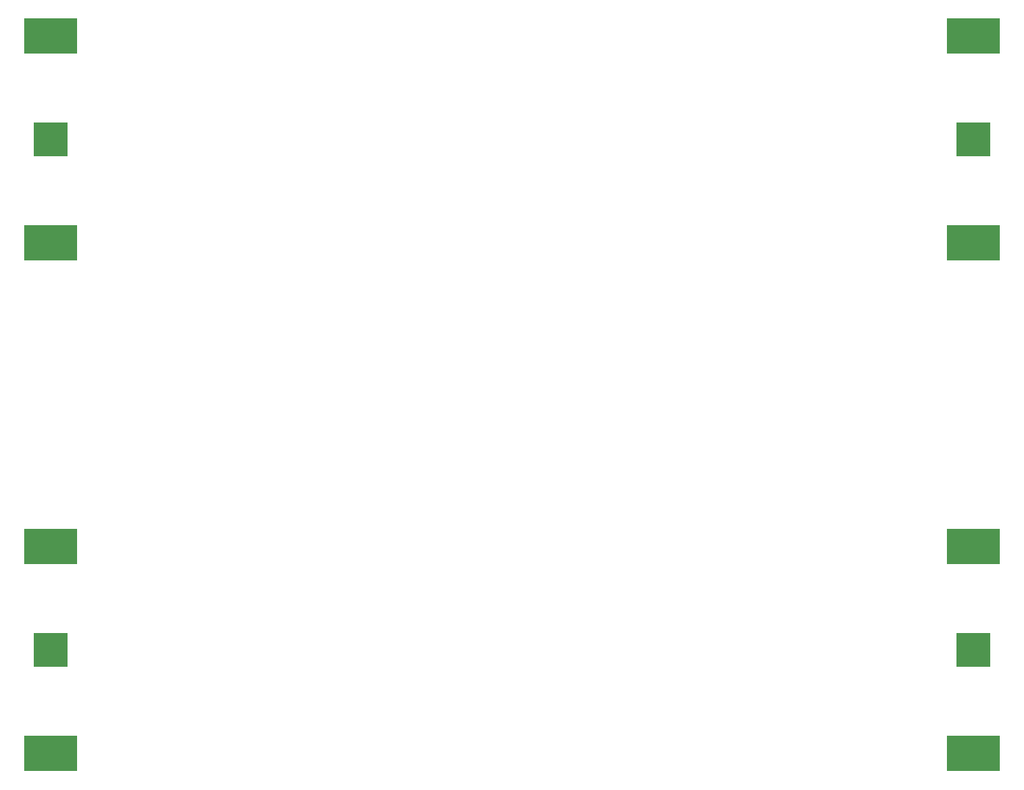
<source format=gbp>
G04 EAGLE Gerber RS-274X export*
G75*
%MOMM*%
%FSLAX34Y34*%
%LPD*%
%INSolderpaste Bottom*%
%IPPOS*%
%AMOC8*
5,1,8,0,0,1.08239X$1,22.5*%
G01*
%ADD10R,4.000000X4.000000*%
%ADD11R,6.096000X4.064000*%


D10*
X215900Y292100D03*
D11*
X215900Y172720D03*
X215900Y411480D03*
D10*
X1280160Y292100D03*
D11*
X1280160Y172720D03*
X1280160Y411480D03*
D10*
X215900Y881380D03*
D11*
X215900Y762000D03*
X215900Y1000760D03*
D10*
X1280160Y881380D03*
D11*
X1280160Y762000D03*
X1280160Y1000760D03*
M02*

</source>
